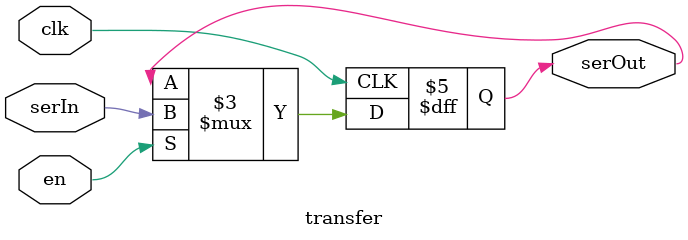
<source format=v>
`timescale 1ns/1ns
module transfer(input clk, en, serIn, output reg serOut);
    always @(posedge clk) begin
        if (en) begin
            serOut = serIn;
        end
    end
endmodule
</source>
